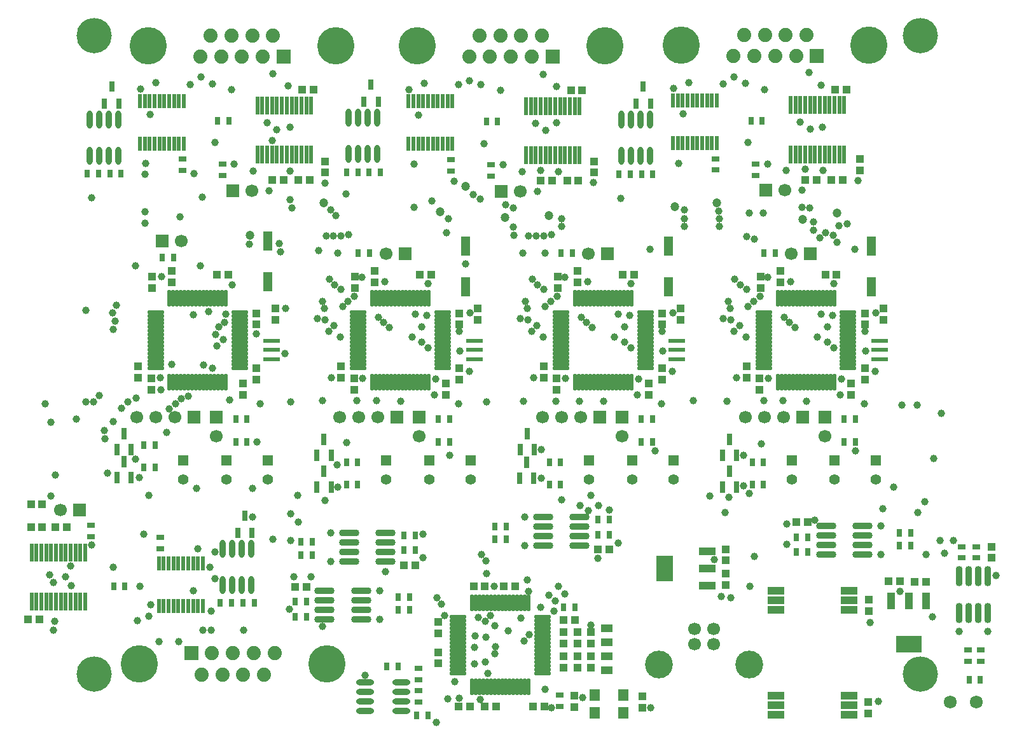
<source format=gts>
%FSLAX44Y44*%
%MOMM*%
G71*
G01*
G75*
G04 Layer_Color=8388736*
%ADD10R,3.2000X2.1000*%
%ADD11R,0.9000X2.1000*%
%ADD12R,0.9000X0.6000*%
%ADD13R,0.8000X0.8000*%
%ADD14R,2.0000X0.4000*%
%ADD15R,0.6000X0.9000*%
%ADD16O,0.6000X2.2000*%
%ADD17R,1.1000X2.3000*%
%ADD18R,0.8000X0.8000*%
%ADD19R,0.6000X1.1500*%
%ADD20R,1.3000X0.9000*%
%ADD21O,2.1000X0.3000*%
%ADD22O,0.3000X2.1000*%
%ADD23R,0.4000X2.1500*%
%ADD24R,0.4000X2.1500*%
%ADD25R,0.3500X1.7000*%
%ADD26O,2.5000X0.7000*%
%ADD27O,0.7000X2.5000*%
%ADD28R,2.1000X0.9000*%
%ADD29R,2.1000X3.2000*%
%ADD30O,2.2000X0.6000*%
%ADD31R,2.0000X0.8500*%
%ADD32R,1.1500X1.3000*%
%ADD33R,1.2000X1.3000*%
%ADD34R,0.6000X1.3000*%
%ADD35C,0.2000*%
%ADD36C,0.5000*%
%ADD37R,1.2000X1.2000*%
%ADD38C,1.2000*%
%ADD39C,3.5000*%
%ADD40C,1.5000*%
%ADD41R,1.5000X1.5000*%
%ADD42R,1.5000X1.5000*%
%ADD43C,1.5240*%
%ADD44C,4.5000*%
%ADD45C,4.7600*%
%ADD46R,1.6900X1.6900*%
%ADD47C,1.6900*%
%ADD48C,0.8000*%
%ADD49C,1.0000*%
%ADD50C,0.2032*%
%ADD51R,1.0000X1.0000*%
%ADD52C,0.2540*%
%ADD53C,0.2500*%
%ADD54C,0.1000*%
%ADD55C,0.6000*%
%ADD56C,0.1500*%
%ADD57R,3.4000X2.3000*%
%ADD58R,1.1000X2.3000*%
%ADD59R,1.1000X0.8000*%
%ADD60R,2.2000X0.6000*%
%ADD61R,0.8000X1.1000*%
%ADD62O,0.8000X2.4000*%
%ADD63R,1.3000X2.5000*%
%ADD64R,1.0000X1.0000*%
%ADD65R,0.8000X1.3500*%
%ADD66R,1.5000X1.1000*%
%ADD67O,2.3000X0.5000*%
%ADD68O,0.5000X2.3000*%
%ADD69R,0.6000X2.3500*%
%ADD70R,0.6000X2.3500*%
%ADD71R,0.5500X1.9000*%
%ADD72O,2.7000X0.9000*%
%ADD73O,0.9000X2.7000*%
%ADD74R,2.3000X1.1000*%
%ADD75R,2.3000X3.4000*%
%ADD76O,2.4000X0.8000*%
%ADD77R,2.2000X1.0500*%
%ADD78R,1.3500X1.5000*%
%ADD79R,1.4000X1.5000*%
%ADD80R,0.8000X1.5000*%
%ADD81R,1.4000X1.4000*%
%ADD82C,1.4000*%
%ADD83C,3.7000*%
%ADD84C,1.7000*%
%ADD85R,1.7000X1.7000*%
%ADD86R,1.7000X1.7000*%
%ADD87C,1.7240*%
%ADD88C,4.7000*%
%ADD89C,4.9600*%
%ADD90R,1.8900X1.8900*%
%ADD91C,1.8900*%
D38*
X439000Y189000D02*
D03*
X279000Y202000D02*
D03*
X223000Y197000D02*
D03*
X56000Y185000D02*
D03*
X-3000Y183000D02*
D03*
X-55000Y224000D02*
D03*
X-89000Y190000D02*
D03*
X-244000Y202000D02*
D03*
X-342000Y159000D02*
D03*
X393250Y180250D02*
D03*
D49*
X22751Y-381019D02*
D03*
X29136Y-372473D02*
D03*
X-141750Y-61750D02*
D03*
X-306251Y299778D02*
D03*
X-392500Y360698D02*
D03*
X-291259Y357904D02*
D03*
X-363000Y253500D02*
D03*
X639950Y-368500D02*
D03*
X601950D02*
D03*
X498000Y-266000D02*
D03*
Y-228000D02*
D03*
X-235000Y-237500D02*
D03*
Y-275500D02*
D03*
X-169250Y-352000D02*
D03*
Y-314000D02*
D03*
X-467500Y362000D02*
D03*
X-475000Y320000D02*
D03*
X-375752Y43248D02*
D03*
X-417750Y53250D02*
D03*
X-408020Y117980D02*
D03*
X-481001Y254526D02*
D03*
X-488000Y354000D02*
D03*
X-319250Y309164D02*
D03*
X-366500Y352750D02*
D03*
X-95250Y-32000D02*
D03*
X-104750Y94500D02*
D03*
X-193000Y103500D02*
D03*
X-162971Y97279D02*
D03*
X-234250Y-30750D02*
D03*
X-96500Y-53750D02*
D03*
X-49750Y-22000D02*
D03*
X-62500Y5000D02*
D03*
X-63500Y30750D02*
D03*
X-49502Y56003D02*
D03*
X-192250Y-31251D02*
D03*
X-230500Y38500D02*
D03*
X-237571Y31429D02*
D03*
X-229750Y93250D02*
D03*
X-64750Y-65250D02*
D03*
X-289250Y244750D02*
D03*
X-317000Y218500D02*
D03*
X-236762Y100505D02*
D03*
X-221011Y158258D02*
D03*
X-231011D02*
D03*
X-210760Y160008D02*
D03*
X-241012Y158258D02*
D03*
X-113750Y36750D02*
D03*
X-104755Y9500D02*
D03*
X-113500Y17000D02*
D03*
X-126750Y23500D02*
D03*
X-337750Y244750D02*
D03*
X-225750Y135250D02*
D03*
X-251000Y139000D02*
D03*
X66242Y357154D02*
D03*
X-35000Y359948D02*
D03*
X51250Y299028D02*
D03*
X40500Y217750D02*
D03*
X68250Y244000D02*
D03*
X45000Y245554D02*
D03*
X38250Y308414D02*
D03*
X19750Y244000D02*
D03*
X-5500Y252750D02*
D03*
X-110000Y361250D02*
D03*
X-64499Y359250D02*
D03*
X-9000Y352000D02*
D03*
X-117500Y319250D02*
D03*
X-130499Y353250D02*
D03*
X-123501Y253776D02*
D03*
X207500Y5000D02*
D03*
X77000Y103500D02*
D03*
X77750Y-31251D02*
D03*
X174750Y-32000D02*
D03*
X165250Y94500D02*
D03*
X220250Y-22000D02*
D03*
X206500Y30750D02*
D03*
X35750Y-30750D02*
D03*
X107029Y97279D02*
D03*
X220498Y56003D02*
D03*
X190500Y140500D02*
D03*
X39500Y38500D02*
D03*
X59240Y160008D02*
D03*
X128250Y-61750D02*
D03*
X143250Y23500D02*
D03*
X40250Y93250D02*
D03*
X48989Y158258D02*
D03*
X38989D02*
D03*
X165245Y9500D02*
D03*
X205250Y-65250D02*
D03*
X156500Y17000D02*
D03*
X156250Y36750D02*
D03*
X32429Y31429D02*
D03*
X28988Y158258D02*
D03*
X477500Y5000D02*
D03*
X347000Y103500D02*
D03*
X347750Y-31251D02*
D03*
X444750Y-32000D02*
D03*
X435250Y94500D02*
D03*
X490250Y-22000D02*
D03*
X476500Y30750D02*
D03*
X305750Y-30750D02*
D03*
X377029Y97279D02*
D03*
X490498Y56003D02*
D03*
X309500Y38500D02*
D03*
X398250Y-61750D02*
D03*
X413250Y23500D02*
D03*
X310250Y93250D02*
D03*
X435245Y9500D02*
D03*
X475250Y-65250D02*
D03*
X303239Y100505D02*
D03*
X426500Y17000D02*
D03*
X426250Y36750D02*
D03*
X302429Y31429D02*
D03*
X443500Y-53750D02*
D03*
X242040Y362500D02*
D03*
X343041Y353250D02*
D03*
X234541Y320500D02*
D03*
X221541Y354500D02*
D03*
X228540Y255026D02*
D03*
X418282Y358404D02*
D03*
X317040Y361198D02*
D03*
X403290Y300278D02*
D03*
X420291Y245250D02*
D03*
X397040Y246804D02*
D03*
X390290Y309664D02*
D03*
X346540Y254000D02*
D03*
X318250Y23250D02*
D03*
X319000Y86750D02*
D03*
X368858Y50142D02*
D03*
X336490Y77504D02*
D03*
X375929Y43071D02*
D03*
X320989Y64253D02*
D03*
X383000Y36000D02*
D03*
X297488Y46752D02*
D03*
X297250Y61250D02*
D03*
X287488Y48252D02*
D03*
X294488Y71253D02*
D03*
X17488Y48252D02*
D03*
X24488Y71253D02*
D03*
X-288500Y206000D02*
D03*
X-252512Y48252D02*
D03*
X-245512Y71253D02*
D03*
X-242512Y46752D02*
D03*
X-242750Y61250D02*
D03*
X-219011Y64253D02*
D03*
X-157000Y36000D02*
D03*
X-211510Y71253D02*
D03*
X-164071Y43071D02*
D03*
X-203510Y77504D02*
D03*
X-171142Y50142D02*
D03*
X-221750Y23250D02*
D03*
X-221000Y86750D02*
D03*
X-286750Y195250D02*
D03*
X-406000Y209750D02*
D03*
X-435000Y183500D02*
D03*
X98858Y50142D02*
D03*
X66490Y77504D02*
D03*
X33533Y100675D02*
D03*
X27488Y46752D02*
D03*
X27250Y61250D02*
D03*
X50989Y64253D02*
D03*
X113000Y36000D02*
D03*
X58490Y71253D02*
D03*
X105929Y43071D02*
D03*
X48250Y23250D02*
D03*
X49000Y86750D02*
D03*
X-100500Y204500D02*
D03*
X21000Y135000D02*
D03*
X50750Y135250D02*
D03*
X416750Y155750D02*
D03*
X424271Y162508D02*
D03*
X434271Y159258D02*
D03*
X439021Y149507D02*
D03*
X59500Y-469750D02*
D03*
X50250Y-445500D02*
D03*
X191000Y-470500D02*
D03*
X100750Y-456250D02*
D03*
X-94000Y-489750D02*
D03*
X-78750Y-458000D02*
D03*
X-112000Y-239250D02*
D03*
X28501Y-315515D02*
D03*
X26750Y-299750D02*
D03*
X-111750Y-270250D02*
D03*
X-27250Y-291500D02*
D03*
X-93250Y-323500D02*
D03*
X-87254Y-332016D02*
D03*
X-161500Y-288750D02*
D03*
X-43250Y-411500D02*
D03*
X-28750Y-409250D02*
D03*
X-17500Y-308500D02*
D03*
X-28500Y-274750D02*
D03*
X-22501Y-347267D02*
D03*
X-29000Y-355250D02*
D03*
X-38002Y-349767D02*
D03*
X-34252Y-266263D02*
D03*
X-16001Y-398519D02*
D03*
X-28501Y-375768D02*
D03*
X-15000Y-388500D02*
D03*
X-42750Y-374000D02*
D03*
X-43250Y-389500D02*
D03*
X-25500Y-424000D02*
D03*
X1500Y-367500D02*
D03*
X-16501Y-361268D02*
D03*
X18500Y-350750D02*
D03*
X44500Y-336250D02*
D03*
X63750Y-328000D02*
D03*
X77250Y-318250D02*
D03*
X55500Y-320250D02*
D03*
X68250Y-308500D02*
D03*
X285000Y-321500D02*
D03*
X298250Y-324000D02*
D03*
X323000Y-308250D02*
D03*
X372250Y-252750D02*
D03*
X372000Y-225000D02*
D03*
X62250Y-341500D02*
D03*
X111250Y-360000D02*
D03*
X-189250Y-427000D02*
D03*
X-422000Y360000D02*
D03*
X-407000Y369581D02*
D03*
X-312000Y374000D02*
D03*
X-50000Y365000D02*
D03*
X48000Y373000D02*
D03*
X65742Y309000D02*
D03*
X-31000Y281000D02*
D03*
X-289000Y302971D02*
D03*
X-312751Y284751D02*
D03*
X287541Y360500D02*
D03*
X302040Y369960D02*
D03*
X402000Y376000D02*
D03*
X420000Y303000D02*
D03*
X483000Y-357000D02*
D03*
X463000Y140000D02*
D03*
X-70250Y231000D02*
D03*
X147750Y53750D02*
D03*
X163000Y52000D02*
D03*
X-227586Y185586D02*
D03*
X-234657Y192657D02*
D03*
X-302999Y148000D02*
D03*
X-302000Y137000D02*
D03*
X-78000Y181000D02*
D03*
X-45000Y213000D02*
D03*
X73000Y181000D02*
D03*
X236000D02*
D03*
X283000D02*
D03*
X-36000Y207000D02*
D03*
X417750Y53750D02*
D03*
X433000Y52000D02*
D03*
X73000Y171000D02*
D03*
X236000D02*
D03*
X283000D02*
D03*
X-122250Y53750D02*
D03*
X-107000Y52000D02*
D03*
X-373999Y54000D02*
D03*
X-397000Y57000D02*
D03*
X-343000Y147000D02*
D03*
X-81000Y162000D02*
D03*
X-55000Y121000D02*
D03*
X282000Y191000D02*
D03*
X236000Y193000D02*
D03*
X-412000Y-258000D02*
D03*
X-405000Y-367000D02*
D03*
X-418000Y-314000D02*
D03*
X-351000Y-367000D02*
D03*
X-604000D02*
D03*
X-602492Y-354904D02*
D03*
X-579886Y-307914D02*
D03*
X-587500Y-296000D02*
D03*
X-463000Y-382000D02*
D03*
X-436999Y-381999D02*
D03*
X-394000Y-341000D02*
D03*
Y-367000D02*
D03*
X-492000Y-354000D02*
D03*
X-477000Y-348000D02*
D03*
X-474000Y-333000D02*
D03*
X-424000Y-55000D02*
D03*
X-434000Y-59000D02*
D03*
X-441393Y-65749D02*
D03*
X-449999Y-72000D02*
D03*
X-560379Y-62621D02*
D03*
X-461000Y-47000D02*
D03*
X-493999Y-58000D02*
D03*
X-523999Y-89000D02*
D03*
X-512999Y-71000D02*
D03*
X-504999Y-63000D02*
D03*
X-523999Y34000D02*
D03*
X-386250Y11750D02*
D03*
X-377607Y19750D02*
D03*
X-521999Y45000D02*
D03*
X-387892Y26750D02*
D03*
X-524999Y56000D02*
D03*
X-519999Y66000D02*
D03*
X-383750Y36750D02*
D03*
X-581000Y-281000D02*
D03*
X-607000Y-90000D02*
D03*
X-573000Y-86000D02*
D03*
X-552999Y-252999D02*
D03*
X-460250Y103750D02*
D03*
X-462000Y-31000D02*
D03*
X-446000Y-13000D02*
D03*
X523000Y-315000D02*
D03*
X392541Y196291D02*
D03*
X408000Y166000D02*
D03*
X442000Y172000D02*
D03*
X452999Y174000D02*
D03*
X407999Y177000D02*
D03*
X371791Y245250D02*
D03*
X9000Y159000D02*
D03*
X8000Y170000D02*
D03*
X276000Y-273000D02*
D03*
X-2000Y200000D02*
D03*
X8000Y195000D02*
D03*
X173500Y-53750D02*
D03*
X197000Y-128000D02*
D03*
X-76000Y-134000D02*
D03*
X-312000Y-246000D02*
D03*
X-288000Y-247000D02*
D03*
X-288000Y-211750D02*
D03*
X-278000Y-223000D02*
D03*
X290000Y-210000D02*
D03*
X295000Y-190000D02*
D03*
X556000Y-196000D02*
D03*
X547000Y-210000D02*
D03*
X108000Y-208000D02*
D03*
X136000Y-207000D02*
D03*
X122000Y-201000D02*
D03*
X322000Y-185000D02*
D03*
X270000Y-188000D02*
D03*
X112000Y-187000D02*
D03*
X23249Y-254500D02*
D03*
Y-216500D02*
D03*
X97000Y-201000D02*
D03*
X73000Y-193000D02*
D03*
X-242000Y-194000D02*
D03*
X-279000Y-187000D02*
D03*
X-124000Y196000D02*
D03*
X-482000Y240000D02*
D03*
Y190000D02*
D03*
Y175000D02*
D03*
X-417000Y241000D02*
D03*
X467000Y232000D02*
D03*
X115000Y229000D02*
D03*
X-242000Y228000D02*
D03*
X-295750Y1750D02*
D03*
X-329000Y-65000D02*
D03*
X-404000Y-14000D02*
D03*
X500000Y-205000D02*
D03*
X515000Y-176000D02*
D03*
X594000Y-247000D02*
D03*
X526000Y-67000D02*
D03*
X546000D02*
D03*
X367000Y-61000D02*
D03*
X342000D02*
D03*
X293000Y-62000D02*
D03*
X248000Y-61000D02*
D03*
X96000Y-62000D02*
D03*
X65000D02*
D03*
X22000D02*
D03*
X-27000Y-63000D02*
D03*
X-174000Y-61000D02*
D03*
X-200000D02*
D03*
X-246000D02*
D03*
X-288000Y-63000D02*
D03*
X-369000Y-60000D02*
D03*
X-392000Y-18000D02*
D03*
X-388500Y283000D02*
D03*
X-609000Y-293000D02*
D03*
X-524000Y-283000D02*
D03*
X-413000Y-178000D02*
D03*
X-339000Y-216000D02*
D03*
Y-178000D02*
D03*
X-290000Y-339000D02*
D03*
X-284000Y-296000D02*
D03*
X-246000Y-362000D02*
D03*
X-495000Y118000D02*
D03*
X-601000Y-160000D02*
D03*
X-532000Y-158000D02*
D03*
X-477000Y-187000D02*
D03*
X-484000Y-239000D02*
D03*
X-295000Y62000D02*
D03*
X-334000Y28000D02*
D03*
X-83000Y-347000D02*
D03*
X-35750Y-458750D02*
D03*
X-64000Y-457000D02*
D03*
X410000Y-220000D02*
D03*
X494000Y-462000D02*
D03*
X558000Y-266000D02*
D03*
X582000Y-264000D02*
D03*
X576000Y-247000D02*
D03*
X568000Y-138000D02*
D03*
X578000Y-78000D02*
D03*
X-561000Y59000D02*
D03*
X-542999Y-54000D02*
D03*
X-615000Y-65000D02*
D03*
X-553000Y209000D02*
D03*
X-214000Y214000D02*
D03*
X151000Y208000D02*
D03*
X-366000Y93000D02*
D03*
X-603999Y-302999D02*
D03*
X-489000Y-308000D02*
D03*
X-389000Y-298000D02*
D03*
X-261000Y-296000D02*
D03*
X121250Y-271250D02*
D03*
X651000Y-294000D02*
D03*
X566000Y-349000D02*
D03*
X463751Y-127751D02*
D03*
X321000Y283000D02*
D03*
X329000Y-268500D02*
D03*
X-395250Y-282750D02*
D03*
X-388640Y-262750D02*
D03*
X-333000Y-116250D02*
D03*
X-534999Y-112000D02*
D03*
X-550379Y-62621D02*
D03*
X-535999Y-101000D02*
D03*
X-607250Y-188250D02*
D03*
X148250Y-250750D02*
D03*
X341000Y188250D02*
D03*
X329500Y153750D02*
D03*
X328490Y71253D02*
D03*
X318750Y157250D02*
D03*
X322250Y188250D02*
D03*
X403250Y195250D02*
D03*
X392541Y219000D02*
D03*
X45500Y-164500D02*
D03*
X45750Y-126250D02*
D03*
X-489750Y-163500D02*
D03*
X-494500Y-138750D02*
D03*
X-453500Y-103750D02*
D03*
X-225250Y-176500D02*
D03*
X-226500Y-146500D02*
D03*
X-213250Y-117000D02*
D03*
X315000Y-133750D02*
D03*
X314750Y-174750D02*
D03*
X338750Y-118750D02*
D03*
X-70000Y-435000D02*
D03*
D51*
X397041Y233000D02*
D03*
X412040D02*
D03*
X45000Y231750D02*
D03*
X60000D02*
D03*
X-312500Y232500D02*
D03*
X-297500D02*
D03*
X-586250Y-229500D02*
D03*
X-601250D02*
D03*
X-386249Y106750D02*
D03*
X-371250D02*
D03*
X-116250Y106750D02*
D03*
X-101250D02*
D03*
X153751D02*
D03*
X168750D02*
D03*
X423750Y106750D02*
D03*
X438750D02*
D03*
X-618750Y-199500D02*
D03*
X-633750D02*
D03*
X-622500Y-352500D02*
D03*
X-637500D02*
D03*
X-272500Y352500D02*
D03*
X-257500D02*
D03*
X85000Y351750D02*
D03*
X100000D02*
D03*
X437041Y353000D02*
D03*
X452040D02*
D03*
X-122000Y-280500D02*
D03*
X-137000D02*
D03*
X385000Y-223000D02*
D03*
X400000D02*
D03*
X-282250Y-309000D02*
D03*
X-267250D02*
D03*
X136250Y-259500D02*
D03*
X121250D02*
D03*
X34500Y-468500D02*
D03*
X49500D02*
D03*
X-14500Y-468500D02*
D03*
X-29500D02*
D03*
X-44500Y-308500D02*
D03*
X-29500D02*
D03*
X10500Y-308500D02*
D03*
X-4500D02*
D03*
X-49500Y-468500D02*
D03*
X-64500D02*
D03*
X75500Y-353500D02*
D03*
X90500D02*
D03*
X508000Y-301500D02*
D03*
X523000D02*
D03*
X542500Y-302500D02*
D03*
X557500D02*
D03*
X-618750Y-229500D02*
D03*
X-633750D02*
D03*
X80000Y231750D02*
D03*
X95000D02*
D03*
X432040Y233000D02*
D03*
X447041D02*
D03*
X-277500Y232500D02*
D03*
X-262500D02*
D03*
D57*
X534500Y-385000D02*
D03*
D58*
X511500Y-328000D02*
D03*
X534500D02*
D03*
X557500D02*
D03*
D59*
X277541Y261000D02*
D03*
Y246000D02*
D03*
X-74500Y259750D02*
D03*
Y244750D02*
D03*
X-432000Y260500D02*
D03*
Y245500D02*
D03*
X-462000Y-258500D02*
D03*
Y-243500D02*
D03*
X-554000Y-242500D02*
D03*
Y-227500D02*
D03*
X-378501Y238500D02*
D03*
Y253500D02*
D03*
X-21000Y237750D02*
D03*
Y252750D02*
D03*
X331040Y239000D02*
D03*
Y254000D02*
D03*
X624951Y-270500D02*
D03*
Y-255500D02*
D03*
X604950Y-270500D02*
D03*
Y-255500D02*
D03*
X613951Y-408000D02*
D03*
Y-393000D02*
D03*
X630950Y-408000D02*
D03*
Y-393000D02*
D03*
X-117500Y-417500D02*
D03*
Y-432500D02*
D03*
X-117500Y-447500D02*
D03*
Y-462500D02*
D03*
X70500Y-468500D02*
D03*
Y-453500D02*
D03*
D60*
X496250Y18250D02*
D03*
Y6250D02*
D03*
Y-5750D02*
D03*
X226250Y18250D02*
D03*
Y6250D02*
D03*
Y-5750D02*
D03*
X-43750Y18250D02*
D03*
Y6250D02*
D03*
Y-5750D02*
D03*
X-313750Y18250D02*
D03*
Y6250D02*
D03*
Y-5750D02*
D03*
D61*
X90500Y-336000D02*
D03*
X75500D02*
D03*
X-336600Y-330750D02*
D03*
X-351600D02*
D03*
X-513850Y240750D02*
D03*
X-528850D02*
D03*
X-168600Y243001D02*
D03*
X-183600D02*
D03*
X193900Y240501D02*
D03*
X178900D02*
D03*
X-381600Y-330750D02*
D03*
X-366600D02*
D03*
X-558850Y240750D02*
D03*
X-543850D02*
D03*
X-213600Y243000D02*
D03*
X-198600D02*
D03*
X148900Y240500D02*
D03*
X163900D02*
D03*
X-458749Y129250D02*
D03*
X-443749D02*
D03*
X-198249Y135500D02*
D03*
X-183249D02*
D03*
X71751Y135500D02*
D03*
X86751D02*
D03*
X341751D02*
D03*
X356751D02*
D03*
X-361249Y-85749D02*
D03*
X-346249D02*
D03*
X-91250D02*
D03*
X-76249D02*
D03*
X178751Y-85750D02*
D03*
X193751D02*
D03*
X448751D02*
D03*
X463751D02*
D03*
X-346249Y-115750D02*
D03*
X-361249D02*
D03*
X-76249D02*
D03*
X-91250D02*
D03*
X193751Y-115749D02*
D03*
X178751D02*
D03*
X463751Y-115750D02*
D03*
X448751D02*
D03*
X-508749Y-308000D02*
D03*
X-523750D02*
D03*
X-385000Y311000D02*
D03*
X-370001D02*
D03*
X-27500Y310250D02*
D03*
X-12500D02*
D03*
X324540Y311500D02*
D03*
X339541D02*
D03*
X-136999Y-260500D02*
D03*
X-122000D02*
D03*
X400000Y-243000D02*
D03*
X385000D02*
D03*
X-267250Y-329000D02*
D03*
X-282250D02*
D03*
X121250Y-239499D02*
D03*
X136250D02*
D03*
X-137000Y-240500D02*
D03*
X-122000D02*
D03*
X400000Y-263000D02*
D03*
X385000D02*
D03*
X-267250Y-349000D02*
D03*
X-282250D02*
D03*
X121250Y-219500D02*
D03*
X136250D02*
D03*
X-274500Y-249500D02*
D03*
X-259500D02*
D03*
X537500Y-254000D02*
D03*
X522500D02*
D03*
X-129749Y-340000D02*
D03*
X-144750D02*
D03*
X-16251Y-228499D02*
D03*
X-1250D02*
D03*
X-274500Y-266500D02*
D03*
X-259500D02*
D03*
X537500Y-237000D02*
D03*
X522500D02*
D03*
X-129749Y-323000D02*
D03*
X-144749D02*
D03*
X-16251Y-245500D02*
D03*
X-1251D02*
D03*
X-105000Y-480000D02*
D03*
X-120000D02*
D03*
X-145000Y-415000D02*
D03*
X-160000D02*
D03*
X-483750Y-150250D02*
D03*
X-468750D02*
D03*
X-213750Y-173250D02*
D03*
X-198750D02*
D03*
X56250D02*
D03*
X71251D02*
D03*
X326250D02*
D03*
X341250D02*
D03*
X-483750Y-120250D02*
D03*
X-468750D02*
D03*
X-213750Y-143250D02*
D03*
X-198750D02*
D03*
X56250D02*
D03*
X71250D02*
D03*
X326250D02*
D03*
X341250D02*
D03*
X630000Y-432500D02*
D03*
X615000D02*
D03*
D62*
X-555850Y265250D02*
D03*
X-543150D02*
D03*
X-530450D02*
D03*
X-517750D02*
D03*
X-555850Y313250D02*
D03*
X-543150D02*
D03*
X-530450D02*
D03*
X-517750D02*
D03*
X-378600Y-306250D02*
D03*
X-365900D02*
D03*
X-353200D02*
D03*
X-340500D02*
D03*
X-378600Y-258250D02*
D03*
X-365900D02*
D03*
X-353200D02*
D03*
X-340500D02*
D03*
X-210600Y267500D02*
D03*
X-197900D02*
D03*
X-185200D02*
D03*
X-172500D02*
D03*
X-210600Y315500D02*
D03*
X-197900D02*
D03*
X-185200D02*
D03*
X-172500D02*
D03*
X151900Y265000D02*
D03*
X164600D02*
D03*
X177300D02*
D03*
X190000D02*
D03*
X151900Y313000D02*
D03*
X164600D02*
D03*
X177300D02*
D03*
X190000D02*
D03*
D63*
X-55000Y144750D02*
D03*
Y90750D02*
D03*
X215000Y144750D02*
D03*
Y90750D02*
D03*
X485000Y144750D02*
D03*
Y90750D02*
D03*
X-318750Y151250D02*
D03*
Y97250D02*
D03*
D64*
X-308750Y46749D02*
D03*
Y61749D02*
D03*
X-38749Y46749D02*
D03*
Y61749D02*
D03*
X231250Y46749D02*
D03*
Y61749D02*
D03*
X501251Y46749D02*
D03*
Y61749D02*
D03*
X-446250Y96750D02*
D03*
Y111750D02*
D03*
X-176250Y96751D02*
D03*
Y111751D02*
D03*
X93750Y96750D02*
D03*
Y111751D02*
D03*
X363750Y96750D02*
D03*
Y111751D02*
D03*
X-491250Y-15750D02*
D03*
Y-30750D02*
D03*
X-221251Y-15750D02*
D03*
Y-30750D02*
D03*
X48750Y-15750D02*
D03*
Y-30750D02*
D03*
X318750Y-15750D02*
D03*
Y-30750D02*
D03*
X-333749Y55250D02*
D03*
Y40250D02*
D03*
X-63749Y55250D02*
D03*
Y40250D02*
D03*
X206251Y55250D02*
D03*
Y40250D02*
D03*
X476250Y55250D02*
D03*
Y40250D02*
D03*
X-351750Y-38250D02*
D03*
Y-53250D02*
D03*
X-81750Y-38250D02*
D03*
Y-53250D02*
D03*
X188250Y-38250D02*
D03*
Y-53250D02*
D03*
X458250Y-38250D02*
D03*
Y-53250D02*
D03*
X-333750Y-18251D02*
D03*
Y-33251D02*
D03*
X-63750Y-18250D02*
D03*
Y-33251D02*
D03*
X206251Y-18250D02*
D03*
Y-33250D02*
D03*
X476251Y-18250D02*
D03*
Y-33251D02*
D03*
X-472750Y88750D02*
D03*
Y103750D02*
D03*
X-202750Y88750D02*
D03*
Y103750D02*
D03*
X67250Y88750D02*
D03*
Y103750D02*
D03*
X337250Y88750D02*
D03*
Y103750D02*
D03*
X-473750Y-31751D02*
D03*
Y-46751D02*
D03*
X-203750Y-31750D02*
D03*
Y-46751D02*
D03*
X66250Y-31751D02*
D03*
Y-46751D02*
D03*
X336250Y-31750D02*
D03*
Y-46751D02*
D03*
X644950Y-255500D02*
D03*
Y-270500D02*
D03*
X89750Y-454000D02*
D03*
Y-469000D02*
D03*
X180500Y-470250D02*
D03*
Y-455250D02*
D03*
X111500Y-416500D02*
D03*
Y-401500D02*
D03*
X290750Y-291500D02*
D03*
Y-306500D02*
D03*
X75500Y-416500D02*
D03*
Y-401500D02*
D03*
X93500Y-416500D02*
D03*
Y-401500D02*
D03*
X-92000Y-396000D02*
D03*
Y-411000D02*
D03*
X-92000Y-371000D02*
D03*
Y-356000D02*
D03*
X75500Y-384500D02*
D03*
Y-369500D02*
D03*
X93500Y-384500D02*
D03*
Y-369500D02*
D03*
X111500Y-384500D02*
D03*
Y-369500D02*
D03*
X290750Y-259000D02*
D03*
Y-274000D02*
D03*
X481000Y-477500D02*
D03*
Y-462500D02*
D03*
X-242000Y242500D02*
D03*
Y257500D02*
D03*
X116000Y242500D02*
D03*
Y257500D02*
D03*
X470000Y245500D02*
D03*
Y260500D02*
D03*
X482000Y-326500D02*
D03*
Y-341500D02*
D03*
D65*
X-349100Y-214500D02*
D03*
X-339600Y-237000D02*
D03*
X-358600D02*
D03*
X-526350Y357000D02*
D03*
X-516850Y334500D02*
D03*
X-535850D02*
D03*
X-181100Y359250D02*
D03*
X-171600Y336750D02*
D03*
X-190600D02*
D03*
X181400Y356750D02*
D03*
X190900Y334250D02*
D03*
X171900D02*
D03*
D66*
X133000Y-401500D02*
D03*
Y-420500D02*
D03*
X133000Y-383000D02*
D03*
Y-364000D02*
D03*
D67*
X-355950Y-18250D02*
D03*
Y-13250D02*
D03*
Y-8249D02*
D03*
Y-3250D02*
D03*
Y1751D02*
D03*
Y6750D02*
D03*
Y11751D02*
D03*
Y16750D02*
D03*
Y21751D02*
D03*
Y26750D02*
D03*
Y31751D02*
D03*
Y36750D02*
D03*
Y41750D02*
D03*
Y46750D02*
D03*
Y51750D02*
D03*
Y56750D02*
D03*
X-467951D02*
D03*
Y51750D02*
D03*
Y46750D02*
D03*
Y41750D02*
D03*
Y36750D02*
D03*
Y31751D02*
D03*
Y26750D02*
D03*
Y21751D02*
D03*
Y16750D02*
D03*
Y11751D02*
D03*
Y6750D02*
D03*
Y1751D02*
D03*
Y-3250D02*
D03*
Y-8249D02*
D03*
Y-13250D02*
D03*
Y-18250D02*
D03*
X184049D02*
D03*
Y-13250D02*
D03*
Y-8250D02*
D03*
Y-3250D02*
D03*
Y1750D02*
D03*
Y6750D02*
D03*
Y11750D02*
D03*
Y16750D02*
D03*
Y21750D02*
D03*
Y26750D02*
D03*
Y31750D02*
D03*
Y36750D02*
D03*
Y41750D02*
D03*
Y46750D02*
D03*
Y51750D02*
D03*
Y56750D02*
D03*
X72049D02*
D03*
Y51750D02*
D03*
Y46750D02*
D03*
Y41750D02*
D03*
Y36750D02*
D03*
Y31750D02*
D03*
Y26750D02*
D03*
Y21750D02*
D03*
Y16750D02*
D03*
Y11750D02*
D03*
Y6750D02*
D03*
Y1750D02*
D03*
Y-3250D02*
D03*
Y-8250D02*
D03*
Y-13250D02*
D03*
Y-18250D02*
D03*
X454049D02*
D03*
Y-13250D02*
D03*
Y-8250D02*
D03*
Y-3250D02*
D03*
Y1750D02*
D03*
Y6750D02*
D03*
Y11750D02*
D03*
Y16750D02*
D03*
Y21750D02*
D03*
Y26750D02*
D03*
Y31750D02*
D03*
Y36750D02*
D03*
Y41750D02*
D03*
Y46750D02*
D03*
Y51750D02*
D03*
Y56750D02*
D03*
X342049D02*
D03*
Y51750D02*
D03*
Y46750D02*
D03*
Y41750D02*
D03*
Y36750D02*
D03*
Y31750D02*
D03*
Y26750D02*
D03*
Y21750D02*
D03*
Y16750D02*
D03*
Y11750D02*
D03*
Y6750D02*
D03*
Y1750D02*
D03*
Y-3250D02*
D03*
Y-8250D02*
D03*
Y-13250D02*
D03*
Y-18250D02*
D03*
X47000Y-424000D02*
D03*
Y-419000D02*
D03*
Y-414000D02*
D03*
Y-409000D02*
D03*
Y-404000D02*
D03*
Y-399000D02*
D03*
Y-394000D02*
D03*
Y-389000D02*
D03*
Y-384000D02*
D03*
Y-379000D02*
D03*
Y-374000D02*
D03*
Y-369000D02*
D03*
Y-364000D02*
D03*
Y-359000D02*
D03*
Y-354001D02*
D03*
Y-349000D02*
D03*
X-65000D02*
D03*
Y-354001D02*
D03*
Y-359000D02*
D03*
Y-364000D02*
D03*
Y-369000D02*
D03*
Y-374000D02*
D03*
Y-379000D02*
D03*
Y-384000D02*
D03*
Y-389000D02*
D03*
Y-394000D02*
D03*
Y-399000D02*
D03*
Y-404000D02*
D03*
Y-409000D02*
D03*
Y-414000D02*
D03*
Y-419000D02*
D03*
Y-424000D02*
D03*
X-85951Y-18250D02*
D03*
Y-13250D02*
D03*
Y-8250D02*
D03*
Y-3250D02*
D03*
Y1750D02*
D03*
Y6750D02*
D03*
Y11750D02*
D03*
Y16750D02*
D03*
Y21750D02*
D03*
Y26750D02*
D03*
Y31750D02*
D03*
Y36750D02*
D03*
Y41750D02*
D03*
Y46750D02*
D03*
Y51750D02*
D03*
Y56750D02*
D03*
X-197951D02*
D03*
Y51750D02*
D03*
Y46750D02*
D03*
Y41750D02*
D03*
Y36750D02*
D03*
Y31750D02*
D03*
Y26750D02*
D03*
Y21750D02*
D03*
Y16750D02*
D03*
Y11750D02*
D03*
Y6750D02*
D03*
Y1750D02*
D03*
Y-3250D02*
D03*
Y-8250D02*
D03*
Y-13250D02*
D03*
Y-18250D02*
D03*
D68*
X-374451Y75251D02*
D03*
X-379450D02*
D03*
X-384451D02*
D03*
X-389450D02*
D03*
X-394451D02*
D03*
X-399450D02*
D03*
X-404451D02*
D03*
X-409450D02*
D03*
X-414451D02*
D03*
X-419450D02*
D03*
X-424451D02*
D03*
X-429450D02*
D03*
X-434451D02*
D03*
X-439450D02*
D03*
X-444451D02*
D03*
X-449450D02*
D03*
Y-36750D02*
D03*
X-444451D02*
D03*
X-439450D02*
D03*
X-434451D02*
D03*
X-429450D02*
D03*
X-424451D02*
D03*
X-419450D02*
D03*
X-414451D02*
D03*
X-409450D02*
D03*
X-404451D02*
D03*
X-399450D02*
D03*
X-394451D02*
D03*
X-389450D02*
D03*
X-384451D02*
D03*
X-379450D02*
D03*
X-374451D02*
D03*
X165549Y75250D02*
D03*
X160549D02*
D03*
X155549D02*
D03*
X150549D02*
D03*
X145549D02*
D03*
X140549D02*
D03*
X135549D02*
D03*
X130549D02*
D03*
X125549D02*
D03*
X120549D02*
D03*
X115549D02*
D03*
X110549D02*
D03*
X105549D02*
D03*
X100549D02*
D03*
X95549D02*
D03*
X90549D02*
D03*
Y-36750D02*
D03*
X95549D02*
D03*
X100549D02*
D03*
X105549D02*
D03*
X110549D02*
D03*
X115549D02*
D03*
X120549D02*
D03*
X125549D02*
D03*
X130549D02*
D03*
X135549D02*
D03*
X140549D02*
D03*
X145549D02*
D03*
X150549D02*
D03*
X155549D02*
D03*
X160549D02*
D03*
X165549D02*
D03*
X435549Y75250D02*
D03*
X430549D02*
D03*
X425549D02*
D03*
X420549D02*
D03*
X415549D02*
D03*
X410549D02*
D03*
X405549D02*
D03*
X400549D02*
D03*
X395549D02*
D03*
X390549D02*
D03*
X385549D02*
D03*
X380549D02*
D03*
X375549D02*
D03*
X370549D02*
D03*
X365550D02*
D03*
X360549D02*
D03*
Y-36750D02*
D03*
X365550D02*
D03*
X370549D02*
D03*
X375549D02*
D03*
X380549D02*
D03*
X385549D02*
D03*
X390549D02*
D03*
X395549D02*
D03*
X400549D02*
D03*
X405549D02*
D03*
X410549D02*
D03*
X415549D02*
D03*
X420549D02*
D03*
X425549D02*
D03*
X430549D02*
D03*
X435549D02*
D03*
X28500Y-330500D02*
D03*
X23500D02*
D03*
X18500D02*
D03*
X13500D02*
D03*
X8500D02*
D03*
X3500D02*
D03*
X-1500D02*
D03*
X-6500D02*
D03*
X-11500D02*
D03*
X-16500D02*
D03*
X-21500D02*
D03*
X-26500D02*
D03*
X-31500D02*
D03*
X-36500D02*
D03*
X-41500D02*
D03*
X-46500D02*
D03*
Y-442500D02*
D03*
X-41500D02*
D03*
X-36500D02*
D03*
X-31500D02*
D03*
X-26500D02*
D03*
X-21500D02*
D03*
X-16500D02*
D03*
X-11500D02*
D03*
X-6500D02*
D03*
X-1500D02*
D03*
X3500D02*
D03*
X8500D02*
D03*
X13500D02*
D03*
X18500D02*
D03*
X23500D02*
D03*
X28500D02*
D03*
X-104451Y75250D02*
D03*
X-109451D02*
D03*
X-114451D02*
D03*
X-119451D02*
D03*
X-124451D02*
D03*
X-129451D02*
D03*
X-134451D02*
D03*
X-139451D02*
D03*
X-144451D02*
D03*
X-149451D02*
D03*
X-154451D02*
D03*
X-159451D02*
D03*
X-164451D02*
D03*
X-169451D02*
D03*
X-174451D02*
D03*
X-179451D02*
D03*
Y-36750D02*
D03*
X-174451D02*
D03*
X-169451D02*
D03*
X-164451D02*
D03*
X-159451D02*
D03*
X-154451D02*
D03*
X-149451D02*
D03*
X-144451D02*
D03*
X-139451D02*
D03*
X-134451D02*
D03*
X-129451D02*
D03*
X-124451D02*
D03*
X-119451D02*
D03*
X-114451D02*
D03*
X-109451D02*
D03*
X-104451D02*
D03*
D69*
X-633000Y-328750D02*
D03*
X-260751Y331750D02*
D03*
X96750Y331000D02*
D03*
X448790Y332250D02*
D03*
D70*
X-626500Y-328750D02*
D03*
X-620000D02*
D03*
X-613500D02*
D03*
X-607000D02*
D03*
X-600500D02*
D03*
X-594000D02*
D03*
X-587500D02*
D03*
X-581000D02*
D03*
X-574500D02*
D03*
X-568000D02*
D03*
X-561500D02*
D03*
X-633000Y-263250D02*
D03*
X-626500D02*
D03*
X-620000D02*
D03*
X-613500D02*
D03*
X-607000D02*
D03*
X-600500D02*
D03*
X-594000D02*
D03*
X-587500D02*
D03*
X-581000D02*
D03*
X-574500D02*
D03*
X-568000D02*
D03*
X-561500D02*
D03*
X-267251Y331750D02*
D03*
X-273750D02*
D03*
X-280251D02*
D03*
X-286751D02*
D03*
X-293251D02*
D03*
X-299750D02*
D03*
X-306251D02*
D03*
X-312751D02*
D03*
X-319251D02*
D03*
X-325750D02*
D03*
X-332251D02*
D03*
X-260751Y266250D02*
D03*
X-267251D02*
D03*
X-273750D02*
D03*
X-280251D02*
D03*
X-286751D02*
D03*
X-293251D02*
D03*
X-299750D02*
D03*
X-306251D02*
D03*
X-312751D02*
D03*
X-319251D02*
D03*
X-325750D02*
D03*
X-332251D02*
D03*
X90250Y331000D02*
D03*
X83750D02*
D03*
X77250D02*
D03*
X70750D02*
D03*
X64250D02*
D03*
X57750D02*
D03*
X51250D02*
D03*
X44750D02*
D03*
X38250D02*
D03*
X31750D02*
D03*
X25250D02*
D03*
X96750Y265500D02*
D03*
X90250D02*
D03*
X83750D02*
D03*
X77250D02*
D03*
X70750D02*
D03*
X64250D02*
D03*
X57750D02*
D03*
X51250D02*
D03*
X44750D02*
D03*
X38250D02*
D03*
X31750D02*
D03*
X25250D02*
D03*
X442290Y332250D02*
D03*
X435790D02*
D03*
X429290D02*
D03*
X422790D02*
D03*
X416290D02*
D03*
X409790D02*
D03*
X403290D02*
D03*
X396790D02*
D03*
X390290D02*
D03*
X383791D02*
D03*
X377290D02*
D03*
X448790Y266750D02*
D03*
X442290D02*
D03*
X435790D02*
D03*
X429290D02*
D03*
X422790D02*
D03*
X416290D02*
D03*
X409790D02*
D03*
X403290D02*
D03*
X396790D02*
D03*
X390290D02*
D03*
X383791D02*
D03*
X377290D02*
D03*
D71*
X-463500Y-334500D02*
D03*
X-457000D02*
D03*
X-450500D02*
D03*
X-444000D02*
D03*
X-437500D02*
D03*
X-431000D02*
D03*
X-424500D02*
D03*
X-418000D02*
D03*
X-411500D02*
D03*
X-405000D02*
D03*
X-463500Y-277500D02*
D03*
X-457000D02*
D03*
X-450500D02*
D03*
X-444000D02*
D03*
X-437500D02*
D03*
X-431000D02*
D03*
X-424500D02*
D03*
X-418000D02*
D03*
X-411500D02*
D03*
X-405000D02*
D03*
X-72750Y337500D02*
D03*
X-79249D02*
D03*
X-85750D02*
D03*
X-92250D02*
D03*
X-98750D02*
D03*
X-105250D02*
D03*
X-111750D02*
D03*
X-118250D02*
D03*
X-124749D02*
D03*
X-131250D02*
D03*
X-72750Y280500D02*
D03*
X-79249D02*
D03*
X-85750D02*
D03*
X-92250D02*
D03*
X-98750D02*
D03*
X-105250D02*
D03*
X-111750D02*
D03*
X-118250D02*
D03*
X-124749D02*
D03*
X-131250D02*
D03*
X279290Y338750D02*
D03*
X272790D02*
D03*
X266290D02*
D03*
X259790D02*
D03*
X253290D02*
D03*
X246790D02*
D03*
X240290D02*
D03*
X233790D02*
D03*
X227290D02*
D03*
X220790D02*
D03*
X279290Y281750D02*
D03*
X272790D02*
D03*
X266290D02*
D03*
X259790D02*
D03*
X253290D02*
D03*
X246790D02*
D03*
X240290D02*
D03*
X233790D02*
D03*
X227290D02*
D03*
X220790D02*
D03*
X-430251Y337500D02*
D03*
X-436751D02*
D03*
X-443251D02*
D03*
X-449751D02*
D03*
X-456251D02*
D03*
X-462751D02*
D03*
X-469251D02*
D03*
X-475751D02*
D03*
X-482251D02*
D03*
X-488751D02*
D03*
X-430251Y280500D02*
D03*
X-436751D02*
D03*
X-443251D02*
D03*
X-449751D02*
D03*
X-456251D02*
D03*
X-462751D02*
D03*
X-469251D02*
D03*
X-475751D02*
D03*
X-482251D02*
D03*
X-488751D02*
D03*
D72*
X-210500Y-237450D02*
D03*
Y-250150D02*
D03*
Y-262850D02*
D03*
Y-275550D02*
D03*
X-161500Y-237450D02*
D03*
Y-250150D02*
D03*
Y-262850D02*
D03*
Y-275550D02*
D03*
X473500Y-266050D02*
D03*
Y-253350D02*
D03*
Y-240650D02*
D03*
Y-227950D02*
D03*
X424500Y-266050D02*
D03*
Y-253350D02*
D03*
Y-240650D02*
D03*
Y-227950D02*
D03*
X-193750Y-352050D02*
D03*
Y-339350D02*
D03*
Y-326650D02*
D03*
Y-313950D02*
D03*
X-242750Y-352050D02*
D03*
Y-339350D02*
D03*
Y-326650D02*
D03*
Y-313950D02*
D03*
X47750Y-216450D02*
D03*
Y-229150D02*
D03*
Y-241850D02*
D03*
Y-254550D02*
D03*
X96749Y-216450D02*
D03*
Y-229150D02*
D03*
Y-241850D02*
D03*
Y-254550D02*
D03*
D73*
X601900Y-344000D02*
D03*
X614600D02*
D03*
X627300D02*
D03*
X640000D02*
D03*
X601900Y-295000D02*
D03*
X614600D02*
D03*
X627300D02*
D03*
X640000D02*
D03*
D74*
X266750Y-307500D02*
D03*
Y-284500D02*
D03*
Y-261499D02*
D03*
D75*
X209750Y-284500D02*
D03*
D76*
X-189000Y-435950D02*
D03*
Y-448650D02*
D03*
Y-461350D02*
D03*
Y-474050D02*
D03*
X-141000Y-435950D02*
D03*
Y-448650D02*
D03*
Y-461350D02*
D03*
Y-474050D02*
D03*
D77*
X358250Y-314450D02*
D03*
Y-327150D02*
D03*
Y-339850D02*
D03*
Y-454150D02*
D03*
Y-466850D02*
D03*
Y-479550D02*
D03*
X455751Y-314450D02*
D03*
Y-327150D02*
D03*
Y-339850D02*
D03*
Y-454150D02*
D03*
Y-466850D02*
D03*
Y-479550D02*
D03*
D78*
X116750Y-476500D02*
D03*
X154750Y-453500D02*
D03*
X116750D02*
D03*
D79*
X154750Y-476500D02*
D03*
D80*
X-243750Y-155250D02*
D03*
X-234250Y-176250D02*
D03*
X-253250D02*
D03*
X296250Y-155250D02*
D03*
X305750Y-176250D02*
D03*
X286750D02*
D03*
X26000Y-143500D02*
D03*
X35500Y-164500D02*
D03*
X16500D02*
D03*
X-510000Y-142500D02*
D03*
X-500500Y-163500D02*
D03*
X-519500D02*
D03*
X-243750Y-112750D02*
D03*
X-234250Y-133750D02*
D03*
X-253250D02*
D03*
X296250Y-112750D02*
D03*
X305750Y-133750D02*
D03*
X286750D02*
D03*
X-510000Y-105500D02*
D03*
X-500500Y-126500D02*
D03*
X-519500D02*
D03*
X27000Y-105500D02*
D03*
X36500Y-126500D02*
D03*
X17500D02*
D03*
D81*
X-318750Y-140349D02*
D03*
X-48750D02*
D03*
X221249Y-140350D02*
D03*
X491250D02*
D03*
X-373750Y-140349D02*
D03*
X-103750D02*
D03*
X166250D02*
D03*
X436250Y-140350D02*
D03*
X-431250Y-140349D02*
D03*
X-161250Y-140350D02*
D03*
X108750D02*
D03*
X378750Y-140350D02*
D03*
D82*
X-318750Y-165749D02*
D03*
X-48750D02*
D03*
X221249Y-165750D02*
D03*
X491250D02*
D03*
X-373750Y-165749D02*
D03*
X-103750D02*
D03*
X166250D02*
D03*
X436250Y-165750D02*
D03*
X-431250Y-165749D02*
D03*
X-161250Y-165750D02*
D03*
X108750D02*
D03*
X378750Y-165750D02*
D03*
D83*
X202300Y-412100D02*
D03*
X322700D02*
D03*
D84*
X275000Y-365000D02*
D03*
Y-385000D02*
D03*
X-433350Y151750D02*
D03*
X-161400Y134250D02*
D03*
X108600D02*
D03*
X378600D02*
D03*
X-442150Y-83249D02*
D03*
X-467550D02*
D03*
X-492950D02*
D03*
X-172150D02*
D03*
X-197550D02*
D03*
X-222950D02*
D03*
X97850D02*
D03*
X72450D02*
D03*
X47050D02*
D03*
X367850D02*
D03*
X342450D02*
D03*
X317050D02*
D03*
X-386750Y-108650D02*
D03*
X-116750D02*
D03*
X153250D02*
D03*
X423250D02*
D03*
X-594150Y-207000D02*
D03*
X-340100Y218250D02*
D03*
X17400Y217500D02*
D03*
X369440Y218750D02*
D03*
X250000Y-365000D02*
D03*
Y-385000D02*
D03*
D85*
X-458750Y151750D02*
D03*
X-136000Y134250D02*
D03*
X134000D02*
D03*
X404000D02*
D03*
X-416750Y-83249D02*
D03*
X-146750D02*
D03*
X123250D02*
D03*
X393250D02*
D03*
X-568750Y-207000D02*
D03*
X-365500Y218250D02*
D03*
X-8000Y217500D02*
D03*
X344040Y218750D02*
D03*
D86*
X-386750Y-83250D02*
D03*
X-116750D02*
D03*
X153250D02*
D03*
X423250D02*
D03*
D87*
X625000Y-462500D02*
D03*
X590000D02*
D03*
D88*
X-550000Y-425000D02*
D03*
Y425000D02*
D03*
X550000D02*
D03*
Y-425000D02*
D03*
D89*
X-489950Y-411500D02*
D03*
X-240050D02*
D03*
X-228050Y411000D02*
D03*
X-477950D02*
D03*
X129951D02*
D03*
X-119949D02*
D03*
X481990Y411750D02*
D03*
X232090D02*
D03*
D90*
X-420400Y-397300D02*
D03*
X-297600Y396800D02*
D03*
X60401D02*
D03*
X412440Y397550D02*
D03*
D91*
X-406550Y-425700D02*
D03*
X-392700Y-397300D02*
D03*
X-378850Y-425700D02*
D03*
X-365000Y-397300D02*
D03*
X-351150Y-425700D02*
D03*
X-337300Y-397300D02*
D03*
X-323450Y-425700D02*
D03*
X-309600Y-397300D02*
D03*
X-311450Y425200D02*
D03*
X-325300Y396800D02*
D03*
X-339150Y425200D02*
D03*
X-353000Y396800D02*
D03*
X-366850Y425200D02*
D03*
X-380700Y396800D02*
D03*
X-394550Y425200D02*
D03*
X-408400Y396800D02*
D03*
X46550Y425200D02*
D03*
X32701Y396800D02*
D03*
X18851Y425200D02*
D03*
X5001Y396800D02*
D03*
X-8849Y425200D02*
D03*
X-22699Y396800D02*
D03*
X-36549Y425200D02*
D03*
X-50399Y396800D02*
D03*
X398590Y425950D02*
D03*
X384740Y397550D02*
D03*
X370890Y425950D02*
D03*
X357040Y397550D02*
D03*
X343190Y425950D02*
D03*
X329340Y397550D02*
D03*
X315490Y425950D02*
D03*
X301640Y397550D02*
D03*
M02*

</source>
